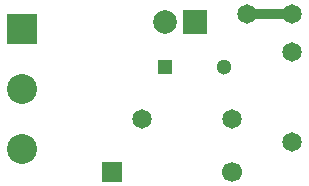
<source format=gbr>
G04 #@! TF.FileFunction,Copper,L1,Top,Signal*
%FSLAX46Y46*%
G04 Gerber Fmt 4.6, Leading zero omitted, Abs format (unit mm)*
G04 Created by KiCad (PCBNEW 4.0.0-rc2-stable) date 30/11/2015 5:23:55 p. m.*
%MOMM*%
G01*
G04 APERTURE LIST*
%ADD10C,0.100000*%
%ADD11R,1.300000X1.300000*%
%ADD12C,1.300000*%
%ADD13C,1.699260*%
%ADD14R,1.699260X1.699260*%
%ADD15R,2.540000X2.540000*%
%ADD16C,2.540000*%
%ADD17R,2.000000X2.000000*%
%ADD18C,2.000000*%
%ADD19C,1.651000*%
%ADD20C,0.812800*%
G04 APERTURE END LIST*
D10*
D11*
X157480000Y-106680000D03*
D12*
X162480000Y-106680000D03*
D13*
X163195520Y-115567460D03*
D14*
X153035520Y-115567460D03*
D15*
X145415000Y-103505000D03*
D16*
X145415000Y-108585000D03*
X145415000Y-113665000D03*
D17*
X160020000Y-102870000D03*
D18*
X157480000Y-102870000D03*
D19*
X168275000Y-105410000D03*
X168275000Y-113030000D03*
X155575000Y-111125000D03*
X163195000Y-111125000D03*
X164465000Y-102235000D03*
X168275000Y-102235000D03*
D20*
X168275000Y-102235000D02*
X164465000Y-102235000D01*
M02*

</source>
